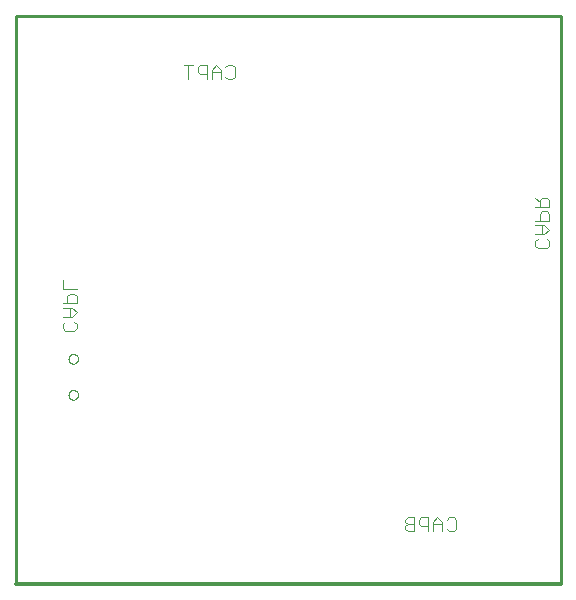
<source format=gbo>
G75*
%MOIN*%
%OFA0B0*%
%FSLAX25Y25*%
%IPPOS*%
%LPD*%
%AMOC8*
5,1,8,0,0,1.08239X$1,22.5*
%
%ADD10C,0.01000*%
%ADD11C,0.01200*%
%ADD12C,0.00400*%
%ADD13C,0.00000*%
D10*
X0001600Y0001600D02*
X0001600Y0190950D01*
X0183450Y0190950D01*
X0183450Y0001600D01*
D11*
X0001600Y0001600D01*
D12*
X0018099Y0085973D02*
X0017331Y0086741D01*
X0017331Y0088275D01*
X0018099Y0089043D01*
X0017331Y0090577D02*
X0020401Y0090577D01*
X0021935Y0092112D01*
X0020401Y0093646D01*
X0017331Y0093646D01*
X0017331Y0095181D02*
X0021935Y0095181D01*
X0021935Y0097483D01*
X0021168Y0098250D01*
X0019633Y0098250D01*
X0018866Y0097483D01*
X0018866Y0095181D01*
X0019633Y0093646D02*
X0019633Y0090577D01*
X0021168Y0089043D02*
X0021935Y0088275D01*
X0021935Y0086741D01*
X0021168Y0085973D01*
X0018099Y0085973D01*
X0017331Y0099785D02*
X0017331Y0102854D01*
X0017331Y0099785D02*
X0021935Y0099785D01*
X0059253Y0169910D02*
X0059253Y0174514D01*
X0060787Y0174514D02*
X0057718Y0174514D01*
X0062322Y0173747D02*
X0062322Y0172212D01*
X0063089Y0171445D01*
X0065391Y0171445D01*
X0065391Y0169910D02*
X0065391Y0174514D01*
X0063089Y0174514D01*
X0062322Y0173747D01*
X0066926Y0172980D02*
X0066926Y0169910D01*
X0066926Y0172212D02*
X0069995Y0172212D01*
X0069995Y0172980D02*
X0068461Y0174514D01*
X0066926Y0172980D01*
X0069995Y0172980D02*
X0069995Y0169910D01*
X0071530Y0170678D02*
X0072297Y0169910D01*
X0073832Y0169910D01*
X0074599Y0170678D01*
X0074599Y0173747D01*
X0073832Y0174514D01*
X0072297Y0174514D01*
X0071530Y0173747D01*
X0174831Y0130354D02*
X0176366Y0128820D01*
X0176366Y0129587D02*
X0176366Y0127285D01*
X0174831Y0127285D02*
X0179435Y0127285D01*
X0179435Y0129587D01*
X0178668Y0130354D01*
X0177133Y0130354D01*
X0176366Y0129587D01*
X0177133Y0125750D02*
X0176366Y0124983D01*
X0176366Y0122681D01*
X0174831Y0122681D02*
X0179435Y0122681D01*
X0179435Y0124983D01*
X0178668Y0125750D01*
X0177133Y0125750D01*
X0177133Y0121146D02*
X0177133Y0118077D01*
X0177901Y0118077D02*
X0174831Y0118077D01*
X0175599Y0116543D02*
X0174831Y0115775D01*
X0174831Y0114241D01*
X0175599Y0113473D01*
X0178668Y0113473D01*
X0179435Y0114241D01*
X0179435Y0115775D01*
X0178668Y0116543D01*
X0177901Y0118077D02*
X0179435Y0119612D01*
X0177901Y0121146D01*
X0174831Y0121146D01*
X0147601Y0023825D02*
X0148369Y0023058D01*
X0148369Y0019989D01*
X0147601Y0019221D01*
X0146067Y0019221D01*
X0145299Y0019989D01*
X0143765Y0019221D02*
X0143765Y0022291D01*
X0142230Y0023825D01*
X0140695Y0022291D01*
X0140695Y0019221D01*
X0139161Y0019221D02*
X0139161Y0023825D01*
X0136859Y0023825D01*
X0136091Y0023058D01*
X0136091Y0021523D01*
X0136859Y0020756D01*
X0139161Y0020756D01*
X0140695Y0021523D02*
X0143765Y0021523D01*
X0145299Y0023058D02*
X0146067Y0023825D01*
X0147601Y0023825D01*
X0134557Y0023825D02*
X0134557Y0019221D01*
X0132255Y0019221D01*
X0131487Y0019989D01*
X0131487Y0020756D01*
X0132255Y0021523D01*
X0134557Y0021523D01*
X0134557Y0023825D02*
X0132255Y0023825D01*
X0131487Y0023058D01*
X0131487Y0022291D01*
X0132255Y0021523D01*
D13*
X0019252Y0064616D02*
X0019254Y0064696D01*
X0019260Y0064775D01*
X0019270Y0064854D01*
X0019284Y0064933D01*
X0019301Y0065011D01*
X0019323Y0065088D01*
X0019348Y0065163D01*
X0019378Y0065237D01*
X0019410Y0065310D01*
X0019447Y0065381D01*
X0019487Y0065450D01*
X0019530Y0065517D01*
X0019577Y0065582D01*
X0019626Y0065644D01*
X0019679Y0065704D01*
X0019735Y0065761D01*
X0019793Y0065816D01*
X0019854Y0065867D01*
X0019918Y0065915D01*
X0019984Y0065960D01*
X0020052Y0066002D01*
X0020122Y0066040D01*
X0020194Y0066074D01*
X0020267Y0066105D01*
X0020342Y0066133D01*
X0020419Y0066156D01*
X0020496Y0066176D01*
X0020574Y0066192D01*
X0020653Y0066204D01*
X0020732Y0066212D01*
X0020812Y0066216D01*
X0020892Y0066216D01*
X0020972Y0066212D01*
X0021051Y0066204D01*
X0021130Y0066192D01*
X0021208Y0066176D01*
X0021285Y0066156D01*
X0021362Y0066133D01*
X0021437Y0066105D01*
X0021510Y0066074D01*
X0021582Y0066040D01*
X0021652Y0066002D01*
X0021720Y0065960D01*
X0021786Y0065915D01*
X0021850Y0065867D01*
X0021911Y0065816D01*
X0021969Y0065761D01*
X0022025Y0065704D01*
X0022078Y0065644D01*
X0022127Y0065582D01*
X0022174Y0065517D01*
X0022217Y0065450D01*
X0022257Y0065381D01*
X0022294Y0065310D01*
X0022326Y0065237D01*
X0022356Y0065163D01*
X0022381Y0065088D01*
X0022403Y0065011D01*
X0022420Y0064933D01*
X0022434Y0064854D01*
X0022444Y0064775D01*
X0022450Y0064696D01*
X0022452Y0064616D01*
X0022450Y0064536D01*
X0022444Y0064457D01*
X0022434Y0064378D01*
X0022420Y0064299D01*
X0022403Y0064221D01*
X0022381Y0064144D01*
X0022356Y0064069D01*
X0022326Y0063995D01*
X0022294Y0063922D01*
X0022257Y0063851D01*
X0022217Y0063782D01*
X0022174Y0063715D01*
X0022127Y0063650D01*
X0022078Y0063588D01*
X0022025Y0063528D01*
X0021969Y0063471D01*
X0021911Y0063416D01*
X0021850Y0063365D01*
X0021786Y0063317D01*
X0021720Y0063272D01*
X0021652Y0063230D01*
X0021582Y0063192D01*
X0021510Y0063158D01*
X0021437Y0063127D01*
X0021362Y0063099D01*
X0021285Y0063076D01*
X0021208Y0063056D01*
X0021130Y0063040D01*
X0021051Y0063028D01*
X0020972Y0063020D01*
X0020892Y0063016D01*
X0020812Y0063016D01*
X0020732Y0063020D01*
X0020653Y0063028D01*
X0020574Y0063040D01*
X0020496Y0063056D01*
X0020419Y0063076D01*
X0020342Y0063099D01*
X0020267Y0063127D01*
X0020194Y0063158D01*
X0020122Y0063192D01*
X0020052Y0063230D01*
X0019984Y0063272D01*
X0019918Y0063317D01*
X0019854Y0063365D01*
X0019793Y0063416D01*
X0019735Y0063471D01*
X0019679Y0063528D01*
X0019626Y0063588D01*
X0019577Y0063650D01*
X0019530Y0063715D01*
X0019487Y0063782D01*
X0019447Y0063851D01*
X0019410Y0063922D01*
X0019378Y0063995D01*
X0019348Y0064069D01*
X0019323Y0064144D01*
X0019301Y0064221D01*
X0019284Y0064299D01*
X0019270Y0064378D01*
X0019260Y0064457D01*
X0019254Y0064536D01*
X0019252Y0064616D01*
X0019252Y0076616D02*
X0019254Y0076696D01*
X0019260Y0076775D01*
X0019270Y0076854D01*
X0019284Y0076933D01*
X0019301Y0077011D01*
X0019323Y0077088D01*
X0019348Y0077163D01*
X0019378Y0077237D01*
X0019410Y0077310D01*
X0019447Y0077381D01*
X0019487Y0077450D01*
X0019530Y0077517D01*
X0019577Y0077582D01*
X0019626Y0077644D01*
X0019679Y0077704D01*
X0019735Y0077761D01*
X0019793Y0077816D01*
X0019854Y0077867D01*
X0019918Y0077915D01*
X0019984Y0077960D01*
X0020052Y0078002D01*
X0020122Y0078040D01*
X0020194Y0078074D01*
X0020267Y0078105D01*
X0020342Y0078133D01*
X0020419Y0078156D01*
X0020496Y0078176D01*
X0020574Y0078192D01*
X0020653Y0078204D01*
X0020732Y0078212D01*
X0020812Y0078216D01*
X0020892Y0078216D01*
X0020972Y0078212D01*
X0021051Y0078204D01*
X0021130Y0078192D01*
X0021208Y0078176D01*
X0021285Y0078156D01*
X0021362Y0078133D01*
X0021437Y0078105D01*
X0021510Y0078074D01*
X0021582Y0078040D01*
X0021652Y0078002D01*
X0021720Y0077960D01*
X0021786Y0077915D01*
X0021850Y0077867D01*
X0021911Y0077816D01*
X0021969Y0077761D01*
X0022025Y0077704D01*
X0022078Y0077644D01*
X0022127Y0077582D01*
X0022174Y0077517D01*
X0022217Y0077450D01*
X0022257Y0077381D01*
X0022294Y0077310D01*
X0022326Y0077237D01*
X0022356Y0077163D01*
X0022381Y0077088D01*
X0022403Y0077011D01*
X0022420Y0076933D01*
X0022434Y0076854D01*
X0022444Y0076775D01*
X0022450Y0076696D01*
X0022452Y0076616D01*
X0022450Y0076536D01*
X0022444Y0076457D01*
X0022434Y0076378D01*
X0022420Y0076299D01*
X0022403Y0076221D01*
X0022381Y0076144D01*
X0022356Y0076069D01*
X0022326Y0075995D01*
X0022294Y0075922D01*
X0022257Y0075851D01*
X0022217Y0075782D01*
X0022174Y0075715D01*
X0022127Y0075650D01*
X0022078Y0075588D01*
X0022025Y0075528D01*
X0021969Y0075471D01*
X0021911Y0075416D01*
X0021850Y0075365D01*
X0021786Y0075317D01*
X0021720Y0075272D01*
X0021652Y0075230D01*
X0021582Y0075192D01*
X0021510Y0075158D01*
X0021437Y0075127D01*
X0021362Y0075099D01*
X0021285Y0075076D01*
X0021208Y0075056D01*
X0021130Y0075040D01*
X0021051Y0075028D01*
X0020972Y0075020D01*
X0020892Y0075016D01*
X0020812Y0075016D01*
X0020732Y0075020D01*
X0020653Y0075028D01*
X0020574Y0075040D01*
X0020496Y0075056D01*
X0020419Y0075076D01*
X0020342Y0075099D01*
X0020267Y0075127D01*
X0020194Y0075158D01*
X0020122Y0075192D01*
X0020052Y0075230D01*
X0019984Y0075272D01*
X0019918Y0075317D01*
X0019854Y0075365D01*
X0019793Y0075416D01*
X0019735Y0075471D01*
X0019679Y0075528D01*
X0019626Y0075588D01*
X0019577Y0075650D01*
X0019530Y0075715D01*
X0019487Y0075782D01*
X0019447Y0075851D01*
X0019410Y0075922D01*
X0019378Y0075995D01*
X0019348Y0076069D01*
X0019323Y0076144D01*
X0019301Y0076221D01*
X0019284Y0076299D01*
X0019270Y0076378D01*
X0019260Y0076457D01*
X0019254Y0076536D01*
X0019252Y0076616D01*
M02*

</source>
